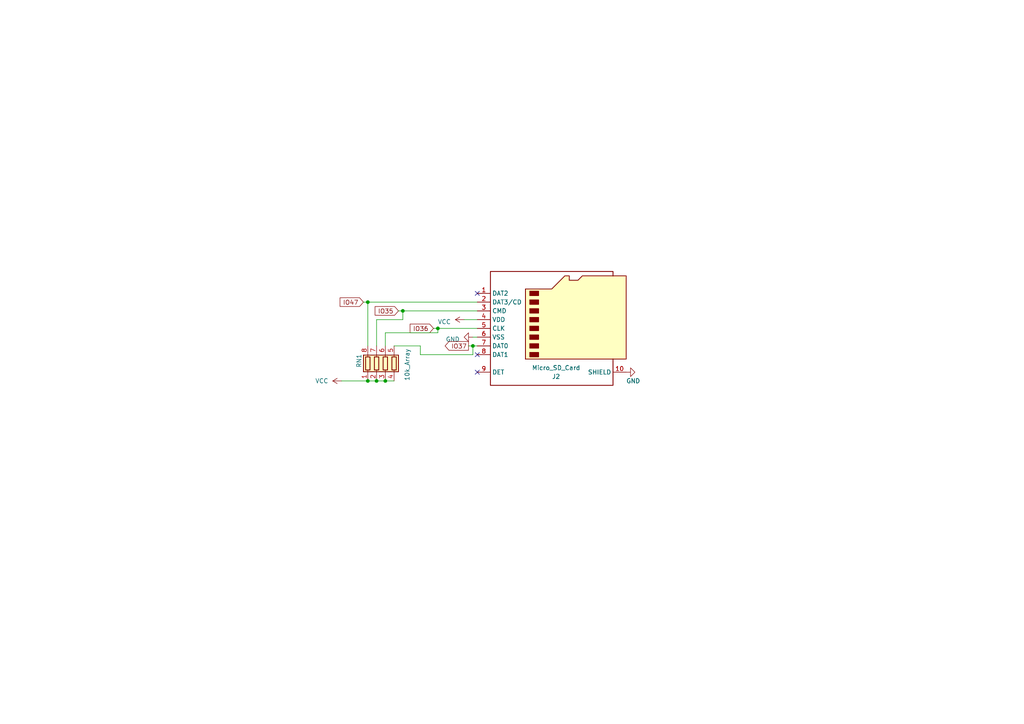
<source format=kicad_sch>
(kicad_sch (version 20231120) (generator "eeschema") (generator_version "8.0")
  (paper "A4")
  (lib_symbols
    (symbol "Connector:Micro_SD_Card_Det1"
      (property "Reference" "J" (at -16.51 17.78 0))
      (property "Value" "Micro_SD_Card_Det1" (at 16.51 17.78 0))
      (symbol "Micro_SD_Card_Det1_0_1"
        (rectangle (start -7.62 -6.985) (end -5.08 -8.255) (stroke (width 0.254)) (fill (type outline)))
        (rectangle (start -7.62 -4.445) (end -5.08 -5.715) (stroke (width 0.254)) (fill (type outline)))
        (rectangle (start -7.62 -1.905) (end -5.08 -3.175) (stroke (width 0.254)) (fill (type outline)))
        (rectangle (start -7.62 0.635) (end -5.08 -0.635) (stroke (width 0.254)) (fill (type outline)))
        (rectangle (start -7.62 3.175) (end -5.08 1.905) (stroke (width 0.254)) (fill (type outline)))
        (rectangle (start -7.62 5.715) (end -5.08 4.445) (stroke (width 0.254)) (fill (type outline)))
        (rectangle (start -7.62 8.255) (end -5.08 6.985) (stroke (width 0.254)) (fill (type outline)))
        (rectangle (start -7.62 10.795) (end -5.08 9.525) (stroke (width 0.254)) (fill (type outline)))
        (polyline (pts (xy 16.51 15.24) (xy 16.51 16.51) (xy -19.05 16.51) (xy -19.05 -16.51) (xy 16.51 -16.51) (xy 16.51 -8.89)) (stroke (width 0.254)))
        (polyline (pts (xy -8.89 -8.89) (xy -8.89 11.43) (xy -1.27 11.43) (xy 2.54 15.24) (xy 3.81 15.24) (xy 3.81 13.97) (xy 6.35 13.97) (xy 7.62 15.24) (xy 20.32 15.24) (xy 20.32 -8.89) (xy -8.89 -8.89)) (stroke (width 0.254)) (fill (type background)))
      )
      (symbol "Micro_SD_Card_Det1_1_1"
        (pin bidirectional line (at -22.86 10.16 0) (length 3.81) (name "DAT2") (number "1"))
        (pin passive line (at 20.32 -12.7 180) (length 3.81) (name "SHIELD") (number "10"))
        (pin bidirectional line (at -22.86 7.62 0) (length 3.81) (name "DAT3/CD") (number "2"))
        (pin input line (at -22.86 5.08 0) (length 3.81) (name "CMD") (number "3"))
        (pin power_in line (at -22.86 2.54 0) (length 3.81) (name "VDD") (number "4"))
        (pin input line (at -22.86 0 0) (length 3.81) (name "CLK") (number "5"))
        (pin power_in line (at -22.86 -2.54 0) (length 3.81) (name "VSS") (number "6"))
        (pin bidirectional line (at -22.86 -5.08 0) (length 3.81) (name "DAT0") (number "7"))
        (pin bidirectional line (at -22.86 -7.62 0) (length 3.81) (name "DAT1") (number "8"))
        (pin passive line (at -22.86 -12.7 0) (length 3.81) (name "DET") (number "9"))
      )
    )
    (symbol "Device:R_Pack04" (pin_names (offset 0) hide)
      (property "Reference" "RN" (at -7.62 0 90))
      (property "Value" "R_Pack04" (at 5.08 0 90))
      (symbol "R_Pack04_0_1"
        (rectangle (start -6.35 -2.413) (end 3.81 2.413) (stroke (width 0.254)) (fill (type background)))
        (rectangle (start -5.715 1.905) (end -4.445 -1.905) (stroke (width 0.254)))
        (rectangle (start -3.175 1.905) (end -1.905 -1.905) (stroke (width 0.254)))
        (rectangle (start -0.635 1.905) (end 0.635 -1.905) (stroke (width 0.254)))
        (polyline (pts (xy -5.08 -2.54) (xy -5.08 -1.905)))
        (polyline (pts (xy -5.08 1.905) (xy -5.08 2.54)))
        (polyline (pts (xy -2.54 -2.54) (xy -2.54 -1.905)))
        (polyline (pts (xy -2.54 1.905) (xy -2.54 2.54)))
        (polyline (pts (xy 0 -2.54) (xy 0 -1.905)))
        (polyline (pts (xy 0 1.905) (xy 0 2.54)))
        (polyline (pts (xy 2.54 -2.54) (xy 2.54 -1.905)))
        (polyline (pts (xy 2.54 1.905) (xy 2.54 2.54)))
        (rectangle (start 1.905 1.905) (end 3.175 -1.905) (stroke (width 0.254)))
      )
      (symbol "R_Pack04_1_1"
        (pin passive line (at -5.08 -5.08 90) (length 2.54) (name "R1.1") (number "1"))
        (pin passive line (at -2.54 -5.08 90) (length 2.54) (name "R2.1") (number "2"))
        (pin passive line (at 0 -5.08 90) (length 2.54) (name "R3.1") (number "3"))
        (pin passive line (at 2.54 -5.08 90) (length 2.54) (name "R4.1") (number "4"))
        (pin passive line (at 2.54 5.08 270) (length 2.54) (name "R4.2") (number "5"))
        (pin passive line (at 0 5.08 270) (length 2.54) (name "R3.2") (number "6"))
        (pin passive line (at -2.54 5.08 270) (length 2.54) (name "R2.2") (number "7"))
        (pin passive line (at -5.08 5.08 270) (length 2.54) (name "R1.2") (number "8"))
      )
    )
    (symbol "GND_3" (power) (pin_names (offset 0))
      (property "Value" "GND_3" (at 0 -3.81 0))
      (symbol "GND_3_0_1"
        (polyline (pts (xy 0 0) (xy 0 -1.27) (xy 1.27 -1.27) (xy 0 -2.54) (xy -1.27 -1.27) (xy 0 -1.27)))
      )
      (symbol "GND_3_1_1"
        (pin power_in line (at 0 0 270) (length 0) hide (name "GND") (number "1"))
      )
    )
    (symbol "VCC_1" (power) (pin_names (offset 0))
      (property "Value" "VCC_1" (at 0 3.81 0))
      (symbol "VCC_1_0_1"
        (polyline (pts (xy -0.762 1.27) (xy 0 2.54)))
        (polyline (pts (xy 0 0) (xy 0 2.54)))
        (polyline (pts (xy 0 2.54) (xy 0.762 1.27)))
      )
      (symbol "VCC_1_1_1"
        (pin power_in line (at 0 0 90) (length 0) hide (name "VCC") (number "1"))
      )
    )
    (symbol "power:GND" (power) (pin_names (offset 0))
      (property "Value" "GND" (at 0 -3.81 0))
      (symbol "GND_0_1"
        (polyline (pts (xy 0 0) (xy 0 -1.27) (xy 1.27 -1.27) (xy 0 -2.54) (xy -1.27 -1.27) (xy 0 -1.27)))
      )
      (symbol "GND_1_1"
        (pin power_in line (at 0 0 270) (length 0) hide (name "GND") (number "1"))
      )
    )
    (symbol "power:VCC" (power) (pin_names (offset 0))
      (property "Value" "VCC" (at 0 3.81 0))
      (symbol "VCC_0_1"
        (polyline (pts (xy -0.762 1.27) (xy 0 2.54)))
        (polyline (pts (xy 0 0) (xy 0 2.54)))
        (polyline (pts (xy 0 2.54) (xy 0.762 1.27)))
      )
      (symbol "VCC_1_1"
        (pin power_in line (at 0 0 90) (length 0) hide (name "VCC") (number "1"))
      )
    )
  )
  (junction (at 116.84 90.17))
  (junction (at 106.68 87.63))
  (junction (at 109.22 110.49))
  (junction (at 127 95.25))
  (junction (at 137.16 100.33))
  (junction (at 111.76 110.49))
  (junction (at 106.68 110.49))
  (no_connect (at 138.43 107.95))
  (no_connect (at 138.43 85.09))
  (no_connect (at 138.43 102.87))
  (wire (pts (xy 137.16 100.33) (xy 138.43 100.33)))
  (wire (pts (xy 137.16 100.33) (xy 137.16 102.87)))
  (wire (pts (xy 106.68 110.49) (xy 109.22 110.49)))
  (wire (pts (xy 134.62 92.71) (xy 138.43 92.71)))
  (wire (pts (xy 116.84 90.17) (xy 116.84 92.71)))
  (wire (pts (xy 135.89 100.33) (xy 137.16 100.33)))
  (wire (pts (xy 111.76 96.52) (xy 111.76 100.33)))
  (wire (pts (xy 109.22 110.49) (xy 111.76 110.49)))
  (wire (pts (xy 116.84 90.17) (xy 138.43 90.17)))
  (wire (pts (xy 116.84 92.71) (xy 109.22 92.71)))
  (wire (pts (xy 121.92 100.33) (xy 114.3 100.33)))
  (wire (pts (xy 125.73 95.25) (xy 127 95.25)))
  (wire (pts (xy 137.16 97.79) (xy 138.43 97.79)))
  (wire (pts (xy 106.68 87.63) (xy 106.68 100.33)))
  (wire (pts (xy 137.16 102.87) (xy 121.92 102.87)))
  (wire (pts (xy 106.68 87.63) (xy 138.43 87.63)))
  (wire (pts (xy 111.76 110.49) (xy 114.3 110.49)))
  (wire (pts (xy 109.22 92.71) (xy 109.22 100.33)))
  (wire (pts (xy 127 95.25) (xy 127 96.52)))
  (wire (pts (xy 127 96.52) (xy 111.76 96.52)))
  (wire (pts (xy 115.57 90.17) (xy 116.84 90.17)))
  (wire (pts (xy 121.92 102.87) (xy 121.92 100.33)))
  (wire (pts (xy 106.68 87.63) (xy 105.41 87.63)))
  (wire (pts (xy 99.06 110.49) (xy 106.68 110.49)))
  (wire (pts (xy 127 95.25) (xy 138.43 95.25)))
  (global_label "IO36" (shape input) (at 125.73 95.25 180) (property "Intersheetrefs" "${INTERSHEET_REFS}" (effects (hide yes))))
  (global_label "IO35" (shape input) (at 115.57 90.17 180) (property "Intersheetrefs" "${INTERSHEET_REFS}" (effects (hide yes))))
  (global_label "IO47" (shape input) (at 105.41 87.63 180) (property "Intersheetrefs" "${INTERSHEET_REFS}" (effects (hide yes))))
  (global_label "IO37" (shape output) (at 135.89 100.33 180) (property "Intersheetrefs" "${INTERSHEET_REFS}" (effects (hide yes))))
  (symbol (lib_id "power:GND") (at 181.61 107.95 90) (unit 1)
    (property "Reference" "#PWR052" (effects (hide yes)))
    (property "Value" "GND" (at 181.61 110.49 90) (effects (justify right)))
  )
  (symbol (lib_name "GND_3") (lib_id "power:GND") (at 137.16 97.79 270) (unit 1)
    (property "Reference" "#PWR051" (effects (hide yes)))
    (property "Value" "GND" (at 133.35 98.425 90) (effects (justify right)))
  )
  (symbol (lib_id "Device:R_Pack04") (at 111.76 105.41 0) (unit 1)
    (property "Reference" "RN1" (at 104.14 106.68 90) (effects (justify left)))
    (property "Value" "10k_Array" (at 118.11 110.49 90) (effects (justify left)))
    (property "Footprint" "BadgePirates:R_Array_Convex_4x0603" (effects (hide yes)))
    (property "Datasheet" "https://datasheet.lcsc.com/lcsc/1811091020_YAGEO-YC164-FR-0710KL_C110924.pdf" (effects (hide yes)))
    (property "MFG" "YAGEO" (effects (hide yes)))
    (property "MFG_PN" "YC164-RR-0710KL" (effects (hide yes)))
    (property "Vendor1" "LCSC" (effects (hide yes)))
    (property "Vendor1_PN" "C110924" (effects (hide yes)))
    (property "Vendor1_URL" "https://www.lcsc.com/product-detail/Resistor-Networks-Arrays_YAGEO-YC164-FR-0710KL_C110924.html" (effects (hide yes)))
  )
  (symbol (lib_id "power:VCC") (at 99.06 110.49 90) (unit 1)
    (property "Reference" "#PWR022" (effects (hide yes)))
    (property "Value" "VCC" (at 95.25 110.4899 90) (effects (justify left)))
  )
  (symbol (lib_id "Connector:Micro_SD_Card_Det1") (at 161.29 95.25 0) (unit 1)
    (property "Reference" "J2" (at 161.29 109.22 0))
    (property "Value" "Micro_SD_Card" (at 161.29 106.68 0))
    (property "Footprint" "BadgePirates:TF_PUSH" (effects (hide yes)))
    (property "Datasheet" "https://datasheet.lcsc.com/lcsc/2110151630_XKB-Connectivity-XKTF-015-N_C381082.pdf" (effects (hide yes)))
    (property "MFG" "SHOU HAN" (effects (hide yes)))
    (property "MFG_PN" "TF PUSH" (effects (hide yes)))
    (property "Vendor1" "LCSC" (effects (hide yes)))
    (property "Vendor1_PN" "C393941" (effects (hide yes)))
    (property "Vendor1_UPN" "https://www.lcsc.com/product-detail/SD-Card-Connectors_SHOU-HAN-TF-PUSH_C393941.html" (effects (hide yes)))
  )
  (symbol (lib_name "VCC_1") (lib_id "power:VCC") (at 134.62 92.71 90) (unit 1)
    (property "Reference" "#PWR049" (effects (hide yes)))
    (property "Value" "VCC" (at 130.81 93.345 90) (effects (justify left)))
  )
)
</source>
